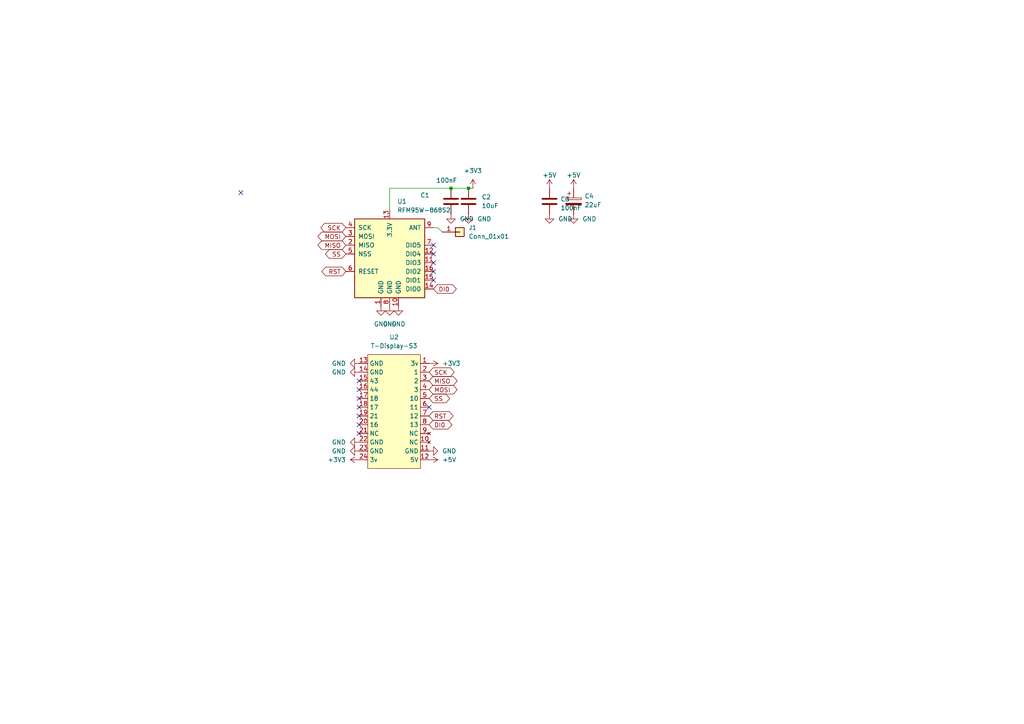
<source format=kicad_sch>
(kicad_sch (version 20250114) (generator "eeschema") (generator_version "9.0")
  (paper "A4")
  (title_block (title "Linky_TEMPO") (rev "v1.01") (company "FuméeBleue"))
  (lib_symbols
    (symbol "Connector_Generic:Conn_01x01" (pin_names (offset 1.016) (hide yes))
      (property "Reference" "J" (at 0 2.54 0))
      (property "Value" "Conn_01x01" (at 0 -2.54 0))
      (symbol "Conn_01x01_1_1"
        (rectangle (start -1.27 1.27) (end 1.27 -1.27) (stroke (width 0.254)) (fill (type background)))
        (rectangle (start -1.27 0.127) (end 0 -0.127) (stroke (width 0.1524)))
        (pin passive line (at -5.08 0 0) (length 3.81) (name "Pin_1") (number "1"))
      )
    )
    (symbol "Device:C" (pin_numbers (hide yes)) (pin_names (offset 0.254))
      (property "Reference" "C" (at 0.635 2.54 0))
      (property "Value" "C" (at 0.635 -2.54 0))
      (symbol "C_0_1"
        (polyline (pts (xy -2.032 0.762) (xy 2.032 0.762)) (stroke (width 0.508)))
        (polyline (pts (xy -2.032 -0.762) (xy 2.032 -0.762)) (stroke (width 0.508)))
      )
      (symbol "C_1_1"
        (pin passive line (at 0 3.81 270) (length 2.794) (name "~") (number "1"))
        (pin passive line (at 0 -3.81 90) (length 2.794) (name "~") (number "2"))
      )
    )
    (symbol "Device:C_Polarized" (pin_numbers (hide yes)) (pin_names (offset 0.254))
      (property "Reference" "C" (at 0.635 2.54 0))
      (property "Value" "C_Polarized" (at 0.635 -2.54 0))
      (symbol "C_Polarized_0_1"
        (rectangle (start -2.286 0.508) (end 2.286 1.016))
        (polyline (pts (xy -1.778 2.286) (xy -0.762 2.286)))
        (polyline (pts (xy -1.27 2.794) (xy -1.27 1.778)))
        (rectangle (start 2.286 -0.508) (end -2.286 -1.016) (fill (type outline)))
      )
      (symbol "C_Polarized_1_1"
        (pin passive line (at 0 3.81 270) (length 2.794) (name "~") (number "1"))
        (pin passive line (at 0 -3.81 90) (length 2.794) (name "~") (number "2"))
      )
    )
    (symbol "RF_Module:RFM95W-868S2" (pin_names (offset 1.016))
      (property "Reference" "U" (at -10.414 11.684 0))
      (property "Value" "RFM95W-868S2" (at 1.524 11.43 0))
      (symbol "RFM95W-868S2_0_1"
        (rectangle (start -10.16 10.16) (end 10.16 -12.7) (stroke (width 0.254)) (fill (type background)))
      )
      (symbol "RFM95W-868S2_1_1"
        (pin input line (at -12.7 7.62 0) (length 2.54) (name "SCK") (number "4"))
        (pin input line (at -12.7 5.08 0) (length 2.54) (name "MOSI") (number "3"))
        (pin output line (at -12.7 2.54 0) (length 2.54) (name "MISO") (number "2"))
        (pin input line (at -12.7 0 0) (length 2.54) (name "NSS") (number "5"))
        (pin bidirectional line (at -12.7 -5.08 0) (length 2.54) (name "RESET") (number "6"))
        (pin power_in line (at -2.54 -15.24 90) (length 2.54) (name "GND") (number "1"))
        (pin power_in line (at 0 12.7 270) (length 2.54) (name "3.3V") (number "13"))
        (pin power_in line (at 0 -15.24 90) (length 2.54) (name "GND") (number "8"))
        (pin power_in line (at 2.54 -15.24 90) (length 2.54) (name "GND") (number "10"))
        (pin bidirectional line (at 12.7 7.62 180) (length 2.54) (name "ANT") (number "9"))
        (pin bidirectional line (at 12.7 2.54 180) (length 2.54) (name "DIO5") (number "7"))
        (pin bidirectional line (at 12.7 0 180) (length 2.54) (name "DIO4") (number "12"))
        (pin bidirectional line (at 12.7 -2.54 180) (length 2.54) (name "DIO3") (number "11"))
        (pin bidirectional line (at 12.7 -5.08 180) (length 2.54) (name "DIO2") (number "16"))
        (pin bidirectional line (at 12.7 -7.62 180) (length 2.54) (name "DIO1") (number "15"))
        (pin bidirectional line (at 12.7 -10.16 180) (length 2.54) (name "DIO0") (number "14"))
      )
    )
    (symbol "T-Display-S3:T-Display-S3"
      (property "Reference" "U" (at -16.51 -2.54 0))
      (property "Value" "T-Display-S3" (at -11.43 -5.08 0))
      (symbol "T-Display-S3_0_1"
        (rectangle (start -15.24 33.02) (end 0 0) (fill (type background)))
      )
      (symbol "T-Display-S3_1_1"
        (pin power_in line (at -17.78 30.48 0) (length 2.54) (name "GND") (number "13"))
        (pin power_in line (at -17.78 27.94 0) (length 2.54) (name "GND") (number "14"))
        (pin bidirectional line (at -17.78 25.4 0) (length 2.54) (name "43") (number "15"))
        (pin bidirectional line (at -17.78 22.86 0) (length 2.54) (name "44") (number "16"))
        (pin bidirectional line (at -17.78 20.32 0) (length 2.54) (name "18") (number "17"))
        (pin bidirectional line (at -17.78 17.78 0) (length 2.54) (name "17") (number "18"))
        (pin bidirectional line (at -17.78 15.24 0) (length 2.54) (name "21") (number "19"))
        (pin bidirectional line (at -17.78 12.7 0) (length 2.54) (name "16") (number "20"))
        (pin bidirectional line (at -17.78 10.16 0) (length 2.54) (name "NC") (number "21"))
        (pin power_in line (at -17.78 7.62 0) (length 2.54) (name "GND") (number "22"))
        (pin power_in line (at -17.78 5.08 0) (length 2.54) (name "GND") (number "23"))
        (pin power_in line (at -17.78 2.54 0) (length 2.54) (name "3v") (number "24"))
        (pin power_in line (at 2.54 30.48 180) (length 2.54) (name "3v") (number "1"))
        (pin bidirectional line (at 2.54 27.94 180) (length 2.54) (name "1") (number "2"))
        (pin bidirectional line (at 2.54 25.4 180) (length 2.54) (name "2") (number "3"))
        (pin bidirectional line (at 2.54 22.86 180) (length 2.54) (name "3") (number "4"))
        (pin bidirectional line (at 2.54 20.32 180) (length 2.54) (name "10") (number "5"))
        (pin bidirectional line (at 2.54 17.78 180) (length 2.54) (name "11") (number "6"))
        (pin bidirectional line (at 2.54 15.24 180) (length 2.54) (name "12") (number "7"))
        (pin bidirectional line (at 2.54 12.7 180) (length 2.54) (name "13") (number "8"))
        (pin no_connect line (at 2.54 10.16 180) (length 2.54) (name "NC") (number "9"))
        (pin no_connect line (at 2.54 7.62 180) (length 2.54) (name "NC") (number "10"))
        (pin power_in line (at 2.54 5.08 180) (length 2.54) (name "GND") (number "11"))
        (pin power_in line (at 2.54 2.54 180) (length 2.54) (name "5V") (number "12"))
      )
    )
    (symbol "power:+3V3" (power) (pin_numbers (hide yes)) (pin_names (offset 0) (hide yes))
      (property "Value" "+3V3" (at 0 3.556 0))
      (symbol "+3V3_0_1"
        (polyline (pts (xy -0.762 1.27) (xy 0 2.54)))
        (polyline (pts (xy 0 2.54) (xy 0.762 1.27)))
        (polyline (pts (xy 0 0) (xy 0 2.54)))
      )
      (symbol "+3V3_1_1"
        (pin power_in line (at 0 0 90) (length 0) (name "~") (number "1"))
      )
    )
    (symbol "power:+5V" (power) (pin_names (offset 0))
      (property "Value" "+5V" (at 0 3.556 0))
      (symbol "+5V_0_1"
        (polyline (pts (xy -0.762 1.27) (xy 0 2.54)))
        (polyline (pts (xy 0 2.54) (xy 0.762 1.27)))
        (polyline (pts (xy 0 0) (xy 0 2.54)))
      )
      (symbol "+5V_1_1"
        (pin power_in line (at 0 0 90) (length 0) (hide yes) (name "+5V") (number "1"))
      )
    )
    (symbol "power:GND" (power) (pin_names (offset 0))
      (property "Value" "GND" (at 0 -3.81 0))
      (symbol "GND_0_1"
        (polyline (pts (xy 0 0) (xy 0 -1.27) (xy 1.27 -1.27) (xy 0 -2.54) (xy -1.27 -1.27) (xy 0 -1.27)))
      )
      (symbol "GND_1_1"
        (pin power_in line (at 0 0 270) (length 0) (hide yes) (name "GND") (number "1"))
      )
    )
  )
  (junction (at 130.81 54.61))
  (junction (at 135.89 54.61))
  (no_connect (at 104.14 113.03))
  (no_connect (at 104.14 110.49))
  (no_connect (at 104.14 123.19))
  (no_connect (at 125.73 78.74))
  (no_connect (at 104.14 120.65))
  (no_connect (at 125.73 73.66))
  (no_connect (at 104.14 125.73))
  (no_connect (at 125.73 81.28))
  (no_connect (at 104.14 118.11))
  (no_connect (at 125.73 76.2))
  (no_connect (at 124.46 118.11))
  (no_connect (at 69.85 55.88))
  (no_connect (at 104.14 115.57))
  (no_connect (at 125.73 71.12))
  (wire (pts (xy 130.81 54.61) (xy 135.89 54.61)))
  (wire (pts (xy 127 66.04) (xy 128.27 67.31)))
  (wire (pts (xy 113.03 54.61) (xy 130.81 54.61)))
  (wire (pts (xy 113.03 54.61) (xy 113.03 60.96)))
  (wire (pts (xy 125.73 66.04) (xy 127 66.04)))
  (wire (pts (xy 135.89 54.61) (xy 137.16 54.61)))
  (global_label "RST" (shape bidirectional) (at 124.46 120.65 0) (property "Intersheetrefs" "${INTERSHEET_REFS}" (effects (hide yes))) (property "Références Inter-Feuilles" "${INTERSHEET_REFS}" (effects (hide yes))))
  (global_label "MOSI" (shape bidirectional) (at 100.33 68.58 180) (property "Intersheetrefs" "${INTERSHEET_REFS}" (effects (hide yes))) (property "Références Inter-Feuilles" "${INTERSHEET_REFS}" (effects (hide yes))))
  (global_label "SCK" (shape bidirectional) (at 100.33 66.04 180) (property "Intersheetrefs" "${INTERSHEET_REFS}" (effects (hide yes))) (property "Références Inter-Feuilles" "${INTERSHEET_REFS}" (effects (hide yes))))
  (global_label "RST" (shape bidirectional) (at 100.33 78.74 180) (property "Intersheetrefs" "${INTERSHEET_REFS}" (effects (hide yes))) (property "Références Inter-Feuilles" "${INTERSHEET_REFS}" (effects (hide yes))))
  (global_label "SS" (shape bidirectional) (at 124.46 115.57 0) (property "Intersheetrefs" "${INTERSHEET_REFS}" (effects (hide yes))) (property "Références Inter-Feuilles" "${INTERSHEET_REFS}" (effects (hide yes))))
  (global_label "MISO" (shape bidirectional) (at 124.46 110.49 0) (property "Intersheetrefs" "${INTERSHEET_REFS}" (effects (hide yes))) (property "Références Inter-Feuilles" "${INTERSHEET_REFS}" (effects (hide yes))))
  (global_label "DI0" (shape bidirectional) (at 124.46 123.19 0) (property "Intersheetrefs" "${INTERSHEET_REFS}" (effects (hide yes))) (property "Références Inter-Feuilles" "${INTERSHEET_REFS}" (effects (hide yes))))
  (global_label "DI0" (shape bidirectional) (at 125.73 83.82 0) (property "Intersheetrefs" "${INTERSHEET_REFS}" (effects (hide yes))) (property "Références Inter-Feuilles" "${INTERSHEET_REFS}" (effects (hide yes))))
  (global_label "SS" (shape bidirectional) (at 100.33 73.66 180) (property "Intersheetrefs" "${INTERSHEET_REFS}" (effects (hide yes))) (property "Références Inter-Feuilles" "${INTERSHEET_REFS}" (effects (hide yes))))
  (global_label "MISO" (shape bidirectional) (at 100.33 71.12 180) (property "Intersheetrefs" "${INTERSHEET_REFS}" (effects (hide yes))) (property "Références Inter-Feuilles" "${INTERSHEET_REFS}" (effects (hide yes))))
  (global_label "MOSI" (shape bidirectional) (at 124.46 113.03 0) (property "Intersheetrefs" "${INTERSHEET_REFS}" (effects (hide yes))) (property "Références Inter-Feuilles" "${INTERSHEET_REFS}" (effects (hide yes))))
  (global_label "SCK" (shape bidirectional) (at 124.46 107.95 0) (property "Intersheetrefs" "${INTERSHEET_REFS}" (effects (hide yes))) (property "Références Inter-Feuilles" "${INTERSHEET_REFS}" (effects (hide yes))))
  (symbol (lib_id "power:GND") (at 104.14 130.81 270) (unit 1)
    (property "Reference" "#PWR04" (effects (hide yes)))
    (property "Value" "GND" (at 100.33 130.8099 90) (effects (justify right)))
  )
  (symbol (lib_id "power:GND") (at 104.14 128.27 270) (unit 1)
    (property "Reference" "#PWR03" (effects (hide yes)))
    (property "Value" "GND" (at 100.33 128.2699 90) (effects (justify right)))
  )
  (symbol (lib_id "power:+3V3") (at 104.14 133.35 90) (unit 1)
    (property "Reference" "#PWR05" (effects (hide yes)))
    (property "Value" "+3V3" (at 100.33 133.3499 90) (effects (justify left)))
    (property "Description" "Power symbol creates a global label with name \"+3V3\"" (effects (hide yes)))
  )
  (symbol (lib_id "Device:C_Polarized") (at 166.37 58.42 0) (unit 1)
    (property "Reference" "C4" (at 169.545 56.896 0) (effects (justify left)))
    (property "Value" "22uF" (at 169.545 59.436 0) (effects (justify left)))
    (property "Footprint" "Capacitor_THT:CP_Radial_D4.0mm_P2.00mm" (effects (hide yes)))
  )
  (symbol (lib_id "power:GND") (at 130.81 62.23 0) (unit 1)
    (property "Reference" "#PWR012" (effects (hide yes)))
    (property "Value" "GND" (at 133.35 63.4999 0) (effects (justify left)))
  )
  (symbol (lib_id "power:+5V") (at 166.37 54.61 0) (unit 1)
    (property "Reference" "#PWR019" (effects (hide yes)))
    (property "Value" "+5V" (at 166.37 50.8 0))
  )
  (symbol (lib_id "Device:C") (at 135.89 58.42 0) (unit 1)
    (property "Reference" "C2" (at 139.7 57.1499 0) (effects (justify left)))
    (property "Value" "10uF" (at 139.7 59.6899 0) (effects (justify left)))
    (property "Footprint" "Capacitor_THT:CP_Radial_D4.0mm_P2.00mm" (effects (hide yes)))
  )
  (symbol (lib_id "power:GND") (at 159.385 62.23 0) (unit 1)
    (property "Reference" "#PWR018" (effects (hide yes)))
    (property "Value" "GND" (at 161.925 63.4999 0) (effects (justify left)))
  )
  (symbol (lib_id "power:GND") (at 135.89 62.23 0) (unit 1)
    (property "Reference" "#PWR013" (effects (hide yes)))
    (property "Value" "GND" (at 138.43 63.4999 0) (effects (justify left)))
  )
  (symbol (lib_id "power:+5V") (at 159.385 54.61 0) (unit 1)
    (property "Reference" "#PWR017" (effects (hide yes)))
    (property "Value" "+5V" (at 159.385 50.8 0))
  )
  (symbol (lib_id "power:+5V") (at 124.46 133.35 270) (unit 1)
    (property "Reference" "#PWR011" (effects (hide yes)))
    (property "Value" "+5V" (at 128.27 133.3499 90) (effects (justify left)))
  )
  (symbol (lib_id "power:GND") (at 104.14 107.95 270) (unit 1)
    (property "Reference" "#PWR02" (effects (hide yes)))
    (property "Value" "GND" (at 100.33 107.9499 90) (effects (justify right)))
  )
  (symbol (lib_id "Connector_Generic:Conn_01x01") (at 133.35 67.31 0) (unit 1)
    (property "Reference" "J1" (at 135.89 66.0399 0) (effects (justify left)))
    (property "Value" "Conn_01x01" (at 135.89 68.5799 0) (effects (justify left)))
    (property "Footprint" "Connector_PinHeader_2.54mm:PinHeader_1x01_P2.54mm_Vertical" (effects (hide yes)))
    (property "Description" "Generic connector, single row, 01x01, script generated (kicad-library-utils/schlib/autogen/connector/)" (effects (hide yes)))
  )
  (symbol (lib_id "T-Display-S3:T-Display-S3") (at 121.92 135.89 0) (unit 1)
    (property "Reference" "U2" (at 114.3 97.79 0))
    (property "Value" "T-Display-S3" (at 114.3 100.33 0))
    (property "Footprint" "T-Display-S3:T-Display-S3" (effects (hide yes)))
  )
  (symbol (lib_id "power:GND") (at 113.03 88.9 0) (unit 1)
    (property "Reference" "#PWR07" (effects (hide yes)))
    (property "Value" "GND" (at 113.03 93.98 0))
  )
  (symbol (lib_id "power:GND") (at 115.57 88.9 0) (unit 1)
    (property "Reference" "#PWR08" (effects (hide yes)))
    (property "Value" "GND" (at 115.57 93.98 0))
  )
  (symbol (lib_id "Device:C") (at 130.81 58.42 180) (unit 1)
    (property "Reference" "C1" (at 121.92 56.642 0) (effects (justify right)))
    (property "Value" "100nF" (at 126.492 52.324 0) (effects (justify right)))
    (property "Footprint" "Capacitor_THT:C_Disc_D4.3mm_W1.9mm_P5.00mm" (effects (hide yes)))
  )
  (symbol (lib_id "power:GND") (at 110.49 88.9 0) (unit 1)
    (property "Reference" "#PWR06" (effects (hide yes)))
    (property "Value" "GND" (at 110.49 93.98 0))
  )
  (symbol (lib_id "power:GND") (at 124.46 130.81 90) (unit 1)
    (property "Reference" "#PWR010" (effects (hide yes)))
    (property "Value" "GND" (at 128.27 130.8099 90) (effects (justify right)))
  )
  (symbol (lib_id "Device:C") (at 159.385 58.42 0) (unit 1)
    (property "Reference" "C3" (at 162.56 57.785 0) (effects (justify left)))
    (property "Value" "100nF" (at 162.56 60.325 0) (effects (justify left)))
    (property "Footprint" "Capacitor_THT:C_Disc_D4.3mm_W1.9mm_P5.00mm" (effects (hide yes)))
  )
  (symbol (lib_id "power:+3V3") (at 124.46 105.41 270) (unit 1)
    (property "Reference" "#PWR09" (effects (hide yes)))
    (property "Value" "+3V3" (at 128.27 105.4099 90) (effects (justify left)))
    (property "Description" "Power symbol creates a global label with name \"+3V3\"" (effects (hide yes)))
  )
  (symbol (lib_id "power:GND") (at 104.14 105.41 270) (unit 1)
    (property "Reference" "#PWR01" (effects (hide yes)))
    (property "Value" "GND" (at 100.33 105.4099 90) (effects (justify right)))
  )
  (symbol (lib_id "RF_Module:RFM95W-868S2") (at 113.03 73.66 0) (unit 1)
    (property "Reference" "U1" (at 115.2241 58.42 0) (effects (justify left)))
    (property "Value" "RFM95W-868S2" (at 115.2241 60.96 0) (effects (justify left)))
    (property "Footprint" "RF_Module:HOPERF_RFM9XW_THT" (effects (hide yes)))
    (property "Datasheet" "https://www.hoperf.com/data/upload/portal/20181127/5bfcbea20e9ef.pdf" (effects (hide yes)))
    (property "Description" "Low power long range transceiver module, SPI and parallel interface, 868 MHz, spreading factor 6 to12, bandwidth 7.8 to 500kHz, -111 to -148 dBm, SMD-16, DIP-16" (effects (hide yes)))
  )
  (symbol (lib_id "power:GND") (at 166.37 62.23 0) (unit 1)
    (property "Reference" "#PWR020" (effects (hide yes)))
    (property "Value" "GND" (at 168.91 63.4999 0) (effects (justify left)))
  )
  (symbol (lib_id "power:+3V3") (at 137.16 54.61 0) (unit 1)
    (property "Reference" "#PWR014" (effects (hide yes)))
    (property "Value" "+3V3" (at 137.16 49.53 0))
    (property "Description" "Power symbol creates a global label with name \"+3V3\"" (effects (hide yes)))
  )
)
</source>
